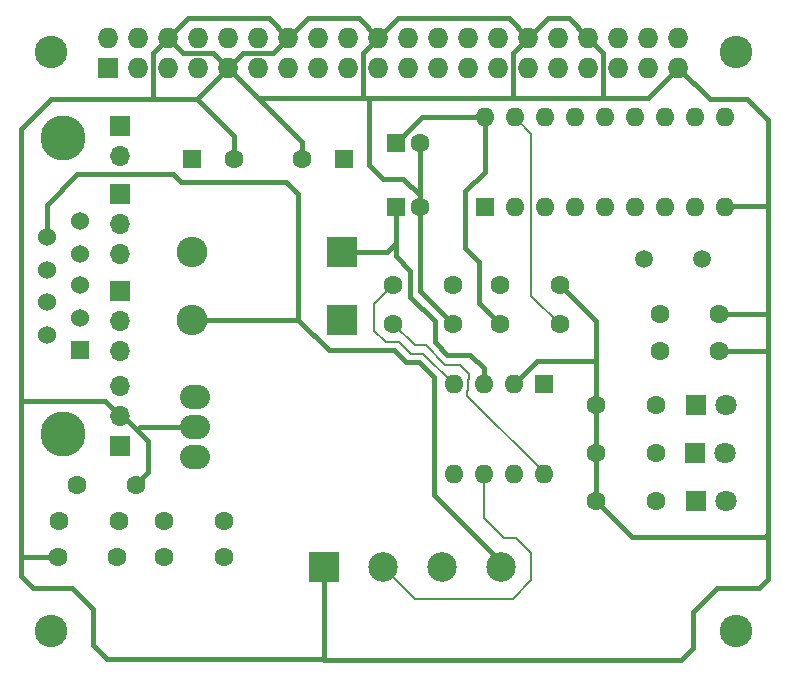
<source format=gtl>
G04 #@! TF.FileFunction,Copper,L1,Top,Signal*
%FSLAX46Y46*%
G04 Gerber Fmt 4.6, Leading zero omitted, Abs format (unit mm)*
G04 Created by KiCad (PCBNEW 4.0.5) date 01/25/17 19:42:47*
%MOMM*%
%LPD*%
G01*
G04 APERTURE LIST*
%ADD10C,0.200000*%
%ADD11O,2.540000X2.032000*%
%ADD12R,2.600000X2.600000*%
%ADD13O,2.600000X2.600000*%
%ADD14R,1.600000X1.600000*%
%ADD15C,1.600000*%
%ADD16C,2.500000*%
%ADD17R,2.500000X2.500000*%
%ADD18C,2.750000*%
%ADD19R,1.727200X1.727200*%
%ADD20O,1.727200X1.727200*%
%ADD21R,1.800000X1.800000*%
%ADD22C,1.800000*%
%ADD23C,3.810000*%
%ADD24R,1.524000X1.524000*%
%ADD25C,1.524000*%
%ADD26R,1.700000X1.700000*%
%ADD27O,1.700000X1.700000*%
%ADD28O,1.600000X1.600000*%
%ADD29C,1.500000*%
%ADD30C,0.400000*%
%ADD31C,0.254000*%
G04 APERTURE END LIST*
D10*
D11*
X32981900Y-52273200D03*
X32981900Y-54813200D03*
X32981900Y-49733200D03*
D12*
X45402500Y-37426900D03*
D13*
X32702500Y-37426900D03*
D12*
X45402500Y-43141900D03*
D13*
X32702500Y-43141900D03*
D14*
X49974500Y-33616900D03*
D15*
X51974500Y-33616900D03*
D14*
X32702500Y-29552900D03*
D15*
X36202500Y-29552900D03*
D16*
X58878500Y-64122300D03*
X53878500Y-64122300D03*
D17*
X43878500Y-64122300D03*
D16*
X48878500Y-64122300D03*
D18*
X20752500Y-69516900D03*
X78752500Y-69516900D03*
X78752500Y-20516900D03*
X20752500Y-20516900D03*
D19*
X25590500Y-21805900D03*
D20*
X25590500Y-19265900D03*
X28130500Y-21805900D03*
X28130500Y-19265900D03*
X30670500Y-21805900D03*
X30670500Y-19265900D03*
X33210500Y-21805900D03*
X33210500Y-19265900D03*
X35750500Y-21805900D03*
X35750500Y-19265900D03*
X38290500Y-21805900D03*
X38290500Y-19265900D03*
X40830500Y-21805900D03*
X40830500Y-19265900D03*
X43370500Y-21805900D03*
X43370500Y-19265900D03*
X45910500Y-21805900D03*
X45910500Y-19265900D03*
X48450500Y-21805900D03*
X48450500Y-19265900D03*
X50990500Y-21805900D03*
X50990500Y-19265900D03*
X53530500Y-21805900D03*
X53530500Y-19265900D03*
X56070500Y-21805900D03*
X56070500Y-19265900D03*
X58610500Y-21805900D03*
X58610500Y-19265900D03*
X61150500Y-21805900D03*
X61150500Y-19265900D03*
X63690500Y-21805900D03*
X63690500Y-19265900D03*
X66230500Y-21805900D03*
X66230500Y-19265900D03*
X68770500Y-21805900D03*
X68770500Y-19265900D03*
X71310500Y-21805900D03*
X71310500Y-19265900D03*
X73850500Y-21805900D03*
X73850500Y-19265900D03*
D14*
X49974500Y-28155900D03*
D15*
X51974500Y-28155900D03*
X22910800Y-57111900D03*
X27910800Y-57111900D03*
X26352500Y-63207900D03*
X21352500Y-63207900D03*
X72326500Y-42633900D03*
X77326500Y-42633900D03*
X72326500Y-45808900D03*
X77326500Y-45808900D03*
D21*
X75374500Y-58508900D03*
D22*
X77914500Y-58508900D03*
D21*
X75247500Y-54444900D03*
D22*
X77787500Y-54444900D03*
D21*
X75374500Y-50380900D03*
D22*
X77914500Y-50380900D03*
D23*
X21780500Y-27774900D03*
X21780500Y-52793900D03*
D24*
X23177500Y-45681900D03*
D25*
X23177500Y-43014900D03*
X23177500Y-40220900D03*
X23177500Y-37553900D03*
X23177500Y-34759900D03*
X20383500Y-44411900D03*
X20383500Y-41617900D03*
X20383500Y-38950900D03*
X20383500Y-36156900D03*
D26*
X26606500Y-32473900D03*
D27*
X26606500Y-35013900D03*
X26606500Y-37553900D03*
D26*
X26606500Y-26758900D03*
D27*
X26606500Y-29298900D03*
D26*
X26606500Y-40728900D03*
D27*
X26606500Y-43268900D03*
X26606500Y-45808900D03*
D26*
X26606500Y-53809900D03*
D27*
X26606500Y-51269900D03*
X26606500Y-48729900D03*
D15*
X58737500Y-40220900D03*
X63817500Y-40220900D03*
X63817500Y-43522900D03*
X58737500Y-43522900D03*
X49720500Y-40220900D03*
X54800500Y-40220900D03*
X49720500Y-43522900D03*
X54800500Y-43522900D03*
X66865500Y-58508900D03*
X71945500Y-58508900D03*
X35369500Y-60159900D03*
X30289500Y-60159900D03*
X21399500Y-60159900D03*
X26479500Y-60159900D03*
X66865500Y-54444900D03*
X71945500Y-54444900D03*
X30289500Y-63207900D03*
X35369500Y-63207900D03*
X66865500Y-50380900D03*
X71945500Y-50380900D03*
D14*
X57467500Y-33616900D03*
D28*
X77787500Y-25996900D03*
X60007500Y-33616900D03*
X75247500Y-25996900D03*
X62547500Y-33616900D03*
X72707500Y-25996900D03*
X65087500Y-33616900D03*
X70167500Y-25996900D03*
X67627500Y-33616900D03*
X67627500Y-25996900D03*
X70167500Y-33616900D03*
X65087500Y-25996900D03*
X72707500Y-33616900D03*
X62547500Y-25996900D03*
X75247500Y-33616900D03*
X60007500Y-25996900D03*
X77787500Y-33616900D03*
X57467500Y-25996900D03*
D14*
X62471300Y-48615600D03*
D28*
X54851300Y-56235600D03*
X59931300Y-48615600D03*
X57391300Y-56235600D03*
X57391300Y-48615600D03*
X59931300Y-56235600D03*
X54851300Y-48615600D03*
X62471300Y-56235600D03*
D29*
X75869800Y-37985700D03*
X70989800Y-37985700D03*
D14*
X45529500Y-29552900D03*
D15*
X42029500Y-29552900D03*
D30*
X43878500Y-71882000D02*
X25501600Y-71882000D01*
X18224500Y-64858900D02*
X18224500Y-63207900D01*
X24320500Y-67652900D02*
X24320500Y-70700900D01*
X22542500Y-65874900D02*
X24320500Y-67652900D01*
X19240500Y-65874900D02*
X22542500Y-65874900D01*
X18224500Y-64858900D02*
X19240500Y-65874900D01*
X25501600Y-71882000D02*
X24320500Y-70700900D01*
X43878500Y-64122300D02*
X43878500Y-71882000D01*
X43878500Y-71882000D02*
X43878500Y-71970900D01*
X43942000Y-72009000D02*
X43942000Y-71970900D01*
X43916600Y-72009000D02*
X43942000Y-72009000D01*
X43878500Y-71970900D02*
X43916600Y-72009000D01*
X66865500Y-46659800D02*
X61887100Y-46659800D01*
X61887100Y-46659800D02*
X59931300Y-48615600D01*
X54800500Y-43522900D02*
X54762400Y-43522900D01*
X54762400Y-43522900D02*
X51974500Y-40735000D01*
X51974500Y-40735000D02*
X51974500Y-33616900D01*
X32981900Y-52273200D02*
X28257500Y-52273200D01*
X28257500Y-52273200D02*
X28041600Y-52489100D01*
X26606500Y-51269900D02*
X26822400Y-51269900D01*
X26822400Y-51269900D02*
X28041600Y-52489100D01*
X28041600Y-52489100D02*
X28981400Y-53428900D01*
X28981400Y-56041300D02*
X27910800Y-57111900D01*
X28981400Y-53428900D02*
X28981400Y-56041300D01*
X43942000Y-71970900D02*
X74104500Y-71970900D01*
X81470500Y-65112900D02*
X81470500Y-61302900D01*
X80708500Y-65874900D02*
X81470500Y-65112900D01*
X77152500Y-65874900D02*
X80708500Y-65874900D01*
X75120500Y-67906900D02*
X77152500Y-65874900D01*
X75120500Y-70954900D02*
X75120500Y-67906900D01*
X74104500Y-71970900D02*
X75120500Y-70954900D01*
X47688500Y-30060900D02*
X47688500Y-24345900D01*
X50577500Y-31203900D02*
X48831500Y-31203900D01*
X48831500Y-31203900D02*
X47688500Y-30060900D01*
X51974500Y-32600900D02*
X50577500Y-31203900D01*
X47688500Y-24345900D02*
X47815500Y-24345900D01*
X21352500Y-63207900D02*
X18224500Y-63207900D01*
X26606500Y-51269900D02*
X25336500Y-49999900D01*
X25336500Y-49999900D02*
X18224500Y-49999900D01*
X66865500Y-50380900D02*
X66865500Y-46659800D01*
X66865500Y-46659800D02*
X66865500Y-43268900D01*
X66865500Y-43268900D02*
X63817500Y-40220900D01*
X66865500Y-58508900D02*
X66865500Y-54444900D01*
X66865500Y-54444900D02*
X66865500Y-50380900D01*
X81470500Y-61302900D02*
X81216500Y-61556900D01*
X69913500Y-61556900D02*
X66865500Y-58508900D01*
X81216500Y-61556900D02*
X69913500Y-61556900D01*
X77326500Y-45808900D02*
X81470500Y-45808900D01*
X77326500Y-42633900D02*
X81470500Y-42633900D01*
X81470500Y-42633900D02*
X81470500Y-42506900D01*
X77787500Y-33616900D02*
X77914500Y-33489900D01*
X77914500Y-33489900D02*
X81470500Y-33489900D01*
X51974500Y-28155900D02*
X51974500Y-32600900D01*
X51974500Y-32600900D02*
X51974500Y-33616900D01*
X51974500Y-28155900D02*
X52006500Y-28123900D01*
X38227000Y-24282400D02*
X42029500Y-28084900D01*
X42029500Y-28084900D02*
X42029500Y-29552900D01*
X33083500Y-24472900D02*
X36202500Y-27591900D01*
X36202500Y-27591900D02*
X36202500Y-29552900D01*
X48450500Y-19265900D02*
X47180500Y-20535900D01*
X47180500Y-20535900D02*
X47180500Y-24345900D01*
X30670500Y-19265900D02*
X29400500Y-20535900D01*
X29400500Y-20535900D02*
X29400500Y-24472900D01*
X66230500Y-19265900D02*
X67500500Y-20535900D01*
X67500500Y-20535900D02*
X67500500Y-24345900D01*
X61150500Y-19265900D02*
X59880500Y-20535900D01*
X59880500Y-20535900D02*
X59880500Y-24345900D01*
X35750500Y-21805900D02*
X37020500Y-20535900D01*
X39560500Y-20535900D02*
X40830500Y-19265900D01*
X37020500Y-20535900D02*
X39560500Y-20535900D01*
X35750500Y-21805900D02*
X34480500Y-20535900D01*
X31940500Y-20535900D02*
X30670500Y-19265900D01*
X34480500Y-20535900D02*
X31940500Y-20535900D01*
X40830500Y-19265900D02*
X39179500Y-17614900D01*
X39179500Y-17614900D02*
X32321500Y-17614900D01*
X32321500Y-17614900D02*
X30670500Y-19265900D01*
X48450500Y-19265900D02*
X46799500Y-17614900D01*
X46799500Y-17614900D02*
X42481500Y-17614900D01*
X42481500Y-17614900D02*
X40830500Y-19265900D01*
X61150500Y-19265900D02*
X59499500Y-17614900D01*
X50101500Y-17614900D02*
X48450500Y-19265900D01*
X59499500Y-17614900D02*
X50101500Y-17614900D01*
X66230500Y-19265900D02*
X64579500Y-17614900D01*
X62801500Y-17614900D02*
X61150500Y-19265900D01*
X64579500Y-17614900D02*
X62801500Y-17614900D01*
X38290500Y-24345900D02*
X38227000Y-24282400D01*
X38227000Y-24282400D02*
X35750500Y-21805900D01*
X47180500Y-24345900D02*
X38290500Y-24345900D01*
X59880500Y-24345900D02*
X47815500Y-24345900D01*
X47815500Y-24345900D02*
X47180500Y-24345900D01*
X71310500Y-24345900D02*
X67500500Y-24345900D01*
X73850500Y-21805900D02*
X71310500Y-24345900D01*
X67500500Y-24345900D02*
X59880500Y-24345900D01*
X35750500Y-21805900D02*
X33083500Y-24472900D01*
X73850500Y-21805900D02*
X76517500Y-24472900D01*
X79692500Y-24472900D02*
X81470500Y-26250900D01*
X18224500Y-63207900D02*
X18224500Y-49999900D01*
X20764500Y-24472900D02*
X18224500Y-27012900D01*
X29400500Y-24472900D02*
X20764500Y-24472900D01*
X81470500Y-61302900D02*
X81470500Y-45808900D01*
X81470500Y-45808900D02*
X81470500Y-42506900D01*
X81470500Y-42506900D02*
X81470500Y-33489900D01*
X81470500Y-33489900D02*
X81470500Y-26250900D01*
X76517500Y-24472900D02*
X79692500Y-24472900D01*
X33083500Y-24472900D02*
X29400500Y-24472900D01*
D31*
X30702500Y-19246900D02*
X30778500Y-19246900D01*
X30702500Y-19246900D02*
X30702500Y-18598900D01*
X48482500Y-19246900D02*
X48482500Y-19424900D01*
X66262500Y-19246900D02*
X66262500Y-19678900D01*
X73882500Y-21786900D02*
X73958500Y-21786900D01*
D30*
X18224500Y-49999900D02*
X18224500Y-27012900D01*
D10*
X59880500Y-48221900D02*
X60007500Y-48094900D01*
D30*
X45402500Y-37426900D02*
X49212500Y-37426900D01*
X49212500Y-37426900D02*
X49974500Y-36664900D01*
X49974500Y-33616900D02*
X49974500Y-36664900D01*
X49974500Y-36664900D02*
X49974500Y-37795200D01*
X57391300Y-47256700D02*
X57391300Y-48615600D01*
X56261000Y-46126400D02*
X57391300Y-47256700D01*
X54292500Y-46126400D02*
X56261000Y-46126400D01*
X53251100Y-45085000D02*
X54292500Y-46126400D01*
X53251100Y-43281600D02*
X53251100Y-45085000D01*
X51181000Y-41211500D02*
X53251100Y-43281600D01*
X51181000Y-39001700D02*
X51181000Y-41211500D01*
X49974500Y-37795200D02*
X51181000Y-39001700D01*
X57467500Y-25996900D02*
X57467500Y-30657800D01*
X56997600Y-41783000D02*
X58737500Y-43522900D01*
X56997600Y-38277800D02*
X56997600Y-41783000D01*
X55829200Y-37109400D02*
X56997600Y-38277800D01*
X55829200Y-32296100D02*
X55829200Y-37109400D01*
X57467500Y-30657800D02*
X55829200Y-32296100D01*
X57467500Y-25996900D02*
X52133500Y-25996900D01*
X52133500Y-25996900D02*
X49974500Y-28155900D01*
X41656000Y-43180000D02*
X32766000Y-43180000D01*
X32766000Y-43180000D02*
X32702500Y-43141900D01*
X20383500Y-36156900D02*
X20383500Y-33464500D01*
X41656000Y-32512000D02*
X41656000Y-43180000D01*
X40640000Y-31496000D02*
X41656000Y-32512000D01*
X31750000Y-31496000D02*
X40640000Y-31496000D01*
X31115000Y-30861000D02*
X31750000Y-31496000D01*
X22987000Y-30861000D02*
X31115000Y-30861000D01*
X20383500Y-33464500D02*
X22987000Y-30861000D01*
X58878500Y-64122300D02*
X58878500Y-63704500D01*
X58878500Y-63704500D02*
X53213000Y-58039000D01*
X44323000Y-45720000D02*
X41656000Y-43180000D01*
X49784000Y-45720000D02*
X44323000Y-45720000D01*
X50800000Y-46736000D02*
X49784000Y-45720000D01*
X51943000Y-46736000D02*
X50800000Y-46736000D01*
X53213000Y-48006000D02*
X51943000Y-46736000D01*
X53213000Y-58039000D02*
X53213000Y-48006000D01*
D10*
X20510500Y-36283900D02*
X20383500Y-36156900D01*
X57391300Y-56235600D02*
X57391300Y-59931300D01*
X51532800Y-66776600D02*
X48878500Y-64122300D01*
X59855100Y-66776600D02*
X51532800Y-66776600D01*
X61417200Y-65214500D02*
X59855100Y-66776600D01*
X61417200Y-62915800D02*
X61417200Y-65214500D01*
X60109100Y-61607700D02*
X61417200Y-62915800D01*
X59067700Y-61607700D02*
X60109100Y-61607700D01*
X57391300Y-59931300D02*
X59067700Y-61607700D01*
X63817500Y-43522900D02*
X61404500Y-41109900D01*
X61404500Y-27393900D02*
X60007500Y-25996900D01*
X61404500Y-41109900D02*
X61404500Y-27393900D01*
X54851300Y-48615600D02*
X54851300Y-48602900D01*
X54851300Y-48602900D02*
X52273200Y-46024800D01*
X52273200Y-46024800D02*
X51206400Y-46024800D01*
X51206400Y-46024800D02*
X50215800Y-45034200D01*
X50215800Y-45034200D02*
X49072800Y-45034200D01*
X49072800Y-45034200D02*
X48120300Y-44081700D01*
X48120300Y-44081700D02*
X48120300Y-41821100D01*
X48120300Y-41821100D02*
X49720500Y-40220900D01*
X62471300Y-56235600D02*
X62471300Y-56070500D01*
X62471300Y-56070500D02*
X56007000Y-49606200D01*
X56007000Y-49606200D02*
X56134000Y-47752000D01*
X56134000Y-47752000D02*
X55397400Y-46977300D01*
X55397400Y-46977300D02*
X54102000Y-46977300D01*
X54102000Y-46977300D02*
X52463700Y-45339000D01*
X52463700Y-45339000D02*
X51536600Y-45339000D01*
X51536600Y-45339000D02*
X49720500Y-43522900D01*
M02*

</source>
